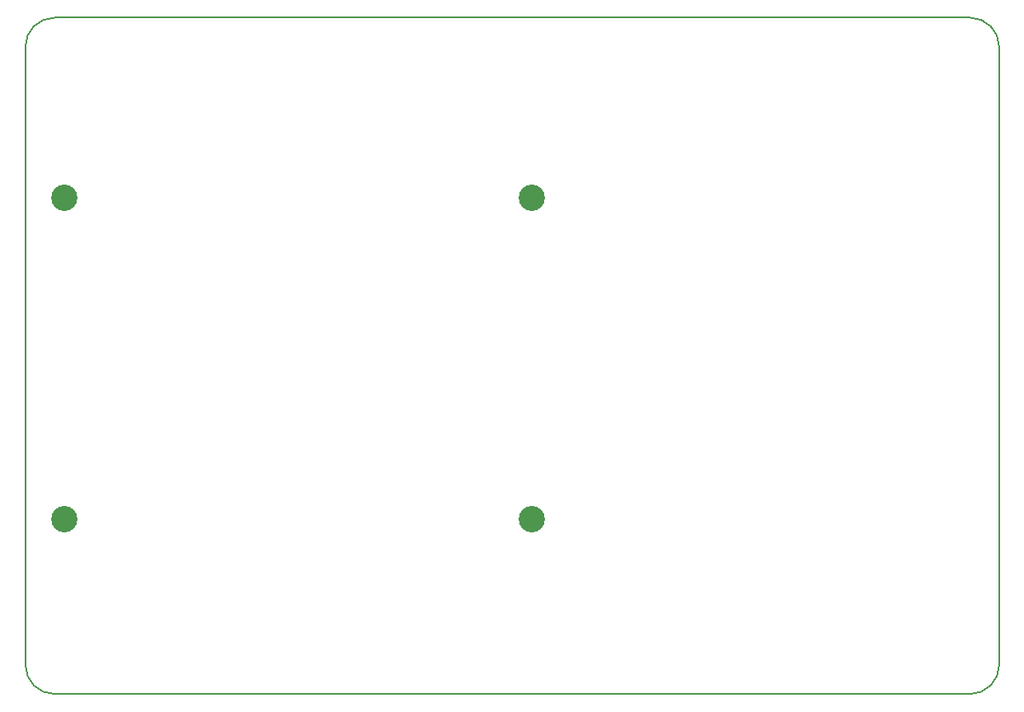
<source format=gbr>
%TF.GenerationSoftware,KiCad,Pcbnew,5.1.10*%
%TF.CreationDate,2021-07-27T11:18:45+02:00*%
%TF.ProjectId,lxbmc,6c78626d-632e-46b6-9963-61645f706362,rev?*%
%TF.SameCoordinates,Original*%
%TF.FileFunction,Paste,Bot*%
%TF.FilePolarity,Positive*%
%FSLAX45Y45*%
G04 Gerber Fmt 4.5, Leading zero omitted, Abs format (unit mm)*
G04 Created by KiCad (PCBNEW 5.1.10) date 2021-07-27 11:18:45*
%MOMM*%
%LPD*%
G01*
G04 APERTURE LIST*
%TA.AperFunction,Profile*%
%ADD10C,0.200000*%
%TD*%
%ADD11C,2.700000*%
G04 APERTURE END LIST*
D10*
X300000Y-6950000D02*
G75*
G02*
X0Y-6650000I0J300000D01*
G01*
X0Y-300000D02*
G75*
G02*
X300000Y0I300000J0D01*
G01*
X10000000Y-6650000D02*
G75*
G02*
X9700000Y-6950000I-300000J0D01*
G01*
X9700000Y0D02*
G75*
G02*
X10000000Y-300000I0J-300000D01*
G01*
X300000Y0D02*
X9700000Y0D01*
X0Y-6650000D02*
X0Y-300000D01*
X10000000Y-300000D02*
X10000000Y-6650000D01*
X9700000Y-6950000D02*
X300000Y-6950000D01*
D11*
X400000Y-1850000D03*
X400000Y-5150000D03*
X5200000Y-1850000D03*
X5200000Y-5150000D03*
M02*

</source>
